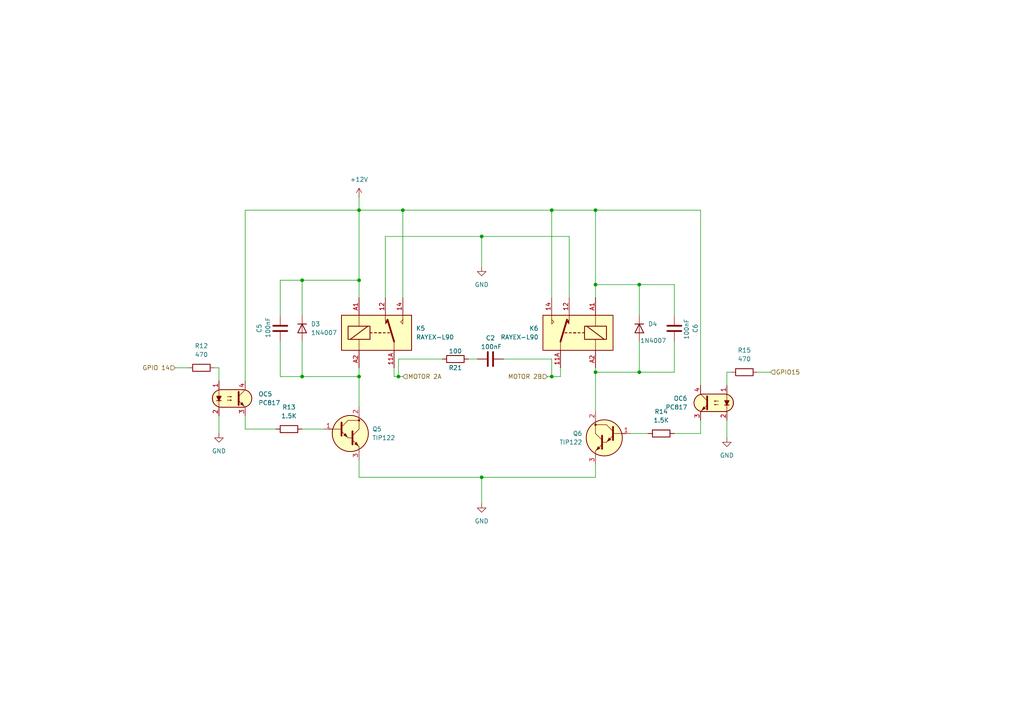
<source format=kicad_sch>
(kicad_sch
	(version 20250114)
	(generator "eeschema")
	(generator_version "9.0")
	(uuid "94dc3404-1fca-4569-92c8-c17659f5cf6c")
	(paper "A4")
	(lib_symbols
		(symbol "Device:C"
			(pin_numbers
				(hide yes)
			)
			(pin_names
				(offset 0.254)
			)
			(exclude_from_sim no)
			(in_bom yes)
			(on_board yes)
			(property "Reference" "C"
				(at 0.635 2.54 0)
				(effects
					(font
						(size 1.27 1.27)
					)
					(justify left)
				)
			)
			(property "Value" "C"
				(at 0.635 -2.54 0)
				(effects
					(font
						(size 1.27 1.27)
					)
					(justify left)
				)
			)
			(property "Footprint" ""
				(at 0.9652 -3.81 0)
				(effects
					(font
						(size 1.27 1.27)
					)
					(hide yes)
				)
			)
			(property "Datasheet" "~"
				(at 0 0 0)
				(effects
					(font
						(size 1.27 1.27)
					)
					(hide yes)
				)
			)
			(property "Description" "Unpolarized capacitor"
				(at 0 0 0)
				(effects
					(font
						(size 1.27 1.27)
					)
					(hide yes)
				)
			)
			(property "ki_keywords" "cap capacitor"
				(at 0 0 0)
				(effects
					(font
						(size 1.27 1.27)
					)
					(hide yes)
				)
			)
			(property "ki_fp_filters" "C_*"
				(at 0 0 0)
				(effects
					(font
						(size 1.27 1.27)
					)
					(hide yes)
				)
			)
			(symbol "C_0_1"
				(polyline
					(pts
						(xy -2.032 0.762) (xy 2.032 0.762)
					)
					(stroke
						(width 0.508)
						(type default)
					)
					(fill
						(type none)
					)
				)
				(polyline
					(pts
						(xy -2.032 -0.762) (xy 2.032 -0.762)
					)
					(stroke
						(width 0.508)
						(type default)
					)
					(fill
						(type none)
					)
				)
			)
			(symbol "C_1_1"
				(pin passive line
					(at 0 3.81 270)
					(length 2.794)
					(name "~"
						(effects
							(font
								(size 1.27 1.27)
							)
						)
					)
					(number "1"
						(effects
							(font
								(size 1.27 1.27)
							)
						)
					)
				)
				(pin passive line
					(at 0 -3.81 90)
					(length 2.794)
					(name "~"
						(effects
							(font
								(size 1.27 1.27)
							)
						)
					)
					(number "2"
						(effects
							(font
								(size 1.27 1.27)
							)
						)
					)
				)
			)
			(embedded_fonts no)
		)
		(symbol "Device:R"
			(pin_numbers
				(hide yes)
			)
			(pin_names
				(offset 0)
			)
			(exclude_from_sim no)
			(in_bom yes)
			(on_board yes)
			(property "Reference" "R"
				(at 2.032 0 90)
				(effects
					(font
						(size 1.27 1.27)
					)
				)
			)
			(property "Value" "R"
				(at 0 0 90)
				(effects
					(font
						(size 1.27 1.27)
					)
				)
			)
			(property "Footprint" ""
				(at -1.778 0 90)
				(effects
					(font
						(size 1.27 1.27)
					)
					(hide yes)
				)
			)
			(property "Datasheet" "~"
				(at 0 0 0)
				(effects
					(font
						(size 1.27 1.27)
					)
					(hide yes)
				)
			)
			(property "Description" "Resistor"
				(at 0 0 0)
				(effects
					(font
						(size 1.27 1.27)
					)
					(hide yes)
				)
			)
			(property "ki_keywords" "R res resistor"
				(at 0 0 0)
				(effects
					(font
						(size 1.27 1.27)
					)
					(hide yes)
				)
			)
			(property "ki_fp_filters" "R_*"
				(at 0 0 0)
				(effects
					(font
						(size 1.27 1.27)
					)
					(hide yes)
				)
			)
			(symbol "R_0_1"
				(rectangle
					(start -1.016 -2.54)
					(end 1.016 2.54)
					(stroke
						(width 0.254)
						(type default)
					)
					(fill
						(type none)
					)
				)
			)
			(symbol "R_1_1"
				(pin passive line
					(at 0 3.81 270)
					(length 1.27)
					(name "~"
						(effects
							(font
								(size 1.27 1.27)
							)
						)
					)
					(number "1"
						(effects
							(font
								(size 1.27 1.27)
							)
						)
					)
				)
				(pin passive line
					(at 0 -3.81 90)
					(length 1.27)
					(name "~"
						(effects
							(font
								(size 1.27 1.27)
							)
						)
					)
					(number "2"
						(effects
							(font
								(size 1.27 1.27)
							)
						)
					)
				)
			)
			(embedded_fonts no)
		)
		(symbol "Diode:1N4007"
			(pin_numbers
				(hide yes)
			)
			(pin_names
				(hide yes)
			)
			(exclude_from_sim no)
			(in_bom yes)
			(on_board yes)
			(property "Reference" "D"
				(at 0 2.54 0)
				(effects
					(font
						(size 1.27 1.27)
					)
				)
			)
			(property "Value" "1N4007"
				(at 0 -2.54 0)
				(effects
					(font
						(size 1.27 1.27)
					)
				)
			)
			(property "Footprint" "Diode_THT:D_DO-41_SOD81_P10.16mm_Horizontal"
				(at 0 -4.445 0)
				(effects
					(font
						(size 1.27 1.27)
					)
					(hide yes)
				)
			)
			(property "Datasheet" "http://www.vishay.com/docs/88503/1n4001.pdf"
				(at 0 0 0)
				(effects
					(font
						(size 1.27 1.27)
					)
					(hide yes)
				)
			)
			(property "Description" "1000V 1A General Purpose Rectifier Diode, DO-41"
				(at 0 0 0)
				(effects
					(font
						(size 1.27 1.27)
					)
					(hide yes)
				)
			)
			(property "Sim.Device" "D"
				(at 0 0 0)
				(effects
					(font
						(size 1.27 1.27)
					)
					(hide yes)
				)
			)
			(property "Sim.Pins" "1=K 2=A"
				(at 0 0 0)
				(effects
					(font
						(size 1.27 1.27)
					)
					(hide yes)
				)
			)
			(property "ki_keywords" "diode"
				(at 0 0 0)
				(effects
					(font
						(size 1.27 1.27)
					)
					(hide yes)
				)
			)
			(property "ki_fp_filters" "D*DO?41*"
				(at 0 0 0)
				(effects
					(font
						(size 1.27 1.27)
					)
					(hide yes)
				)
			)
			(symbol "1N4007_0_1"
				(polyline
					(pts
						(xy -1.27 1.27) (xy -1.27 -1.27)
					)
					(stroke
						(width 0.254)
						(type default)
					)
					(fill
						(type none)
					)
				)
				(polyline
					(pts
						(xy 1.27 1.27) (xy 1.27 -1.27) (xy -1.27 0) (xy 1.27 1.27)
					)
					(stroke
						(width 0.254)
						(type default)
					)
					(fill
						(type none)
					)
				)
				(polyline
					(pts
						(xy 1.27 0) (xy -1.27 0)
					)
					(stroke
						(width 0)
						(type default)
					)
					(fill
						(type none)
					)
				)
			)
			(symbol "1N4007_1_1"
				(pin passive line
					(at -3.81 0 0)
					(length 2.54)
					(name "K"
						(effects
							(font
								(size 1.27 1.27)
							)
						)
					)
					(number "1"
						(effects
							(font
								(size 1.27 1.27)
							)
						)
					)
				)
				(pin passive line
					(at 3.81 0 180)
					(length 2.54)
					(name "A"
						(effects
							(font
								(size 1.27 1.27)
							)
						)
					)
					(number "2"
						(effects
							(font
								(size 1.27 1.27)
							)
						)
					)
				)
			)
			(embedded_fonts no)
		)
		(symbol "PCM_Optocoupler_AKL:PC817"
			(pin_names
				(offset 1.016)
			)
			(exclude_from_sim no)
			(in_bom yes)
			(on_board yes)
			(property "Reference" "OC"
				(at 6.35 1.27 0)
				(effects
					(font
						(size 1.27 1.27)
					)
					(justify left)
				)
			)
			(property "Value" "PC817"
				(at 6.35 -1.27 0)
				(effects
					(font
						(size 1.27 1.27)
					)
					(justify left)
				)
			)
			(property "Footprint" "PCM_Package_DIP_AKL:DIP-4_W7.62mm_LongPads"
				(at 6.35 1.27 0)
				(effects
					(font
						(size 1.27 1.27)
						(italic yes)
					)
					(justify left)
					(hide yes)
				)
			)
			(property "Datasheet" "https://www.tme.eu/Document/7534c9f89aa4b1eba4ec90182e378328/PC817_2_3_47.pdf"
				(at 0 0 0)
				(effects
					(font
						(size 1.27 1.27)
					)
					(justify left)
					(hide yes)
				)
			)
			(property "Description" "DIP-4 Optocoupler, Transistor output, 5kV, 4us, Alternate KiCAD Library"
				(at 0 0 0)
				(effects
					(font
						(size 1.27 1.27)
					)
					(hide yes)
				)
			)
			(property "ki_keywords" "NPN Optocoupler transistor output PC817"
				(at 0 0 0)
				(effects
					(font
						(size 1.27 1.27)
					)
					(hide yes)
				)
			)
			(property "ki_fp_filters" "DIP*W7.62mm*"
				(at 0 0 0)
				(effects
					(font
						(size 1.27 1.27)
					)
					(hide yes)
				)
			)
			(symbol "PC817_0_1"
				(polyline
					(pts
						(xy -4.445 -0.635) (xy -3.175 -0.635)
					)
					(stroke
						(width 0.254)
						(type default)
					)
					(fill
						(type none)
					)
				)
				(polyline
					(pts
						(xy -3.81 -0.635) (xy -4.445 0.635) (xy -3.175 0.635) (xy -3.81 -0.635)
					)
					(stroke
						(width 0.254)
						(type default)
					)
					(fill
						(type outline)
					)
				)
				(polyline
					(pts
						(xy -3.81 -2.54) (xy -3.81 -1.27) (xy -3.81 2.54)
					)
					(stroke
						(width 0.1524)
						(type default)
					)
					(fill
						(type none)
					)
				)
				(polyline
					(pts
						(xy -3.175 2.54) (xy 3.175 2.54)
					)
					(stroke
						(width 0.254)
						(type default)
					)
					(fill
						(type none)
					)
				)
				(arc
					(start -3.1975 -2.54)
					(mid -5.7151 0)
					(end -3.1975 2.54)
					(stroke
						(width 0.254)
						(type default)
					)
					(fill
						(type none)
					)
				)
				(polyline
					(pts
						(xy -2.54 2.54) (xy 3.429 2.54) (xy 4.318 2.286) (xy 4.699 2.032) (xy 5.08 1.651) (xy 5.461 1.016)
						(xy 5.715 0.381) (xy 5.715 -0.381) (xy 5.461 -1.143) (xy 4.826 -1.905) (xy 4.191 -2.286) (xy 3.302 -2.54)
						(xy -3.81 -2.54) (xy -3.81 -2.54) (xy -4.572 -2.032) (xy -5.08 -1.778) (xy -5.588 -0.508) (xy -5.588 0.254)
						(xy -5.588 1.016) (xy -5.08 1.778) (xy -4.318 2.286) (xy -3.556 2.54) (xy -2.54 2.54)
					)
					(stroke
						(width 0.01)
						(type default)
					)
					(fill
						(type background)
					)
				)
				(polyline
					(pts
						(xy -1.397 0.508) (xy -0.127 0.508) (xy -0.508 0.381) (xy -0.508 0.635) (xy -0.127 0.508)
					)
					(stroke
						(width 0)
						(type default)
					)
					(fill
						(type none)
					)
				)
				(polyline
					(pts
						(xy -1.397 -0.508) (xy -0.127 -0.508) (xy -0.508 -0.635) (xy -0.508 -0.381) (xy -0.127 -0.508)
					)
					(stroke
						(width 0)
						(type default)
					)
					(fill
						(type none)
					)
				)
				(polyline
					(pts
						(xy 1.905 1.905) (xy 1.905 -1.905) (xy 1.905 -1.905)
					)
					(stroke
						(width 0.508)
						(type default)
					)
					(fill
						(type none)
					)
				)
				(polyline
					(pts
						(xy 1.905 0.635) (xy 3.81 2.54)
					)
					(stroke
						(width 0)
						(type default)
					)
					(fill
						(type none)
					)
				)
				(polyline
					(pts
						(xy 2.413 -1.651) (xy 2.921 -1.143) (xy 3.429 -2.159) (xy 2.413 -1.651) (xy 2.413 -1.651)
					)
					(stroke
						(width 0)
						(type default)
					)
					(fill
						(type outline)
					)
				)
				(arc
					(start 3.1975 2.54)
					(mid 5.7151 0)
					(end 3.1975 -2.54)
					(stroke
						(width 0.254)
						(type default)
					)
					(fill
						(type none)
					)
				)
				(polyline
					(pts
						(xy 3.175 -2.54) (xy -3.175 -2.54)
					)
					(stroke
						(width 0.254)
						(type default)
					)
					(fill
						(type none)
					)
				)
				(polyline
					(pts
						(xy 3.81 -2.54) (xy 1.905 -0.635)
					)
					(stroke
						(width 0)
						(type default)
					)
					(fill
						(type outline)
					)
				)
			)
			(symbol "PC817_1_1"
				(pin passive line
					(at -3.81 5.08 270)
					(length 2.54)
					(name "~"
						(effects
							(font
								(size 1.27 1.27)
							)
						)
					)
					(number "1"
						(effects
							(font
								(size 1.27 1.27)
							)
						)
					)
				)
				(pin passive line
					(at -3.81 -5.08 90)
					(length 2.54)
					(name "~"
						(effects
							(font
								(size 1.27 1.27)
							)
						)
					)
					(number "2"
						(effects
							(font
								(size 1.27 1.27)
							)
						)
					)
				)
				(pin passive line
					(at 3.81 5.08 270)
					(length 2.54)
					(name "~"
						(effects
							(font
								(size 1.27 1.27)
							)
						)
					)
					(number "4"
						(effects
							(font
								(size 1.27 1.27)
							)
						)
					)
				)
				(pin passive line
					(at 3.81 -5.08 90)
					(length 2.54)
					(name "~"
						(effects
							(font
								(size 1.27 1.27)
							)
						)
					)
					(number "3"
						(effects
							(font
								(size 1.27 1.27)
							)
						)
					)
				)
			)
			(embedded_fonts no)
		)
		(symbol "PCM_Transistor_BJT_Darlington_AKL:TIP122"
			(pin_names
				(hide yes)
			)
			(exclude_from_sim no)
			(in_bom yes)
			(on_board yes)
			(property "Reference" "Q"
				(at 6.35 1.27 0)
				(effects
					(font
						(size 1.27 1.27)
					)
					(justify left)
				)
			)
			(property "Value" "TIP122"
				(at 6.35 -1.27 0)
				(effects
					(font
						(size 1.27 1.27)
					)
					(justify left)
				)
			)
			(property "Footprint" "PCM_Package_TO_SOT_THT_AKL:TO-220-3_Vertical_BCE"
				(at 5.08 2.54 0)
				(effects
					(font
						(size 1.27 1.27)
					)
					(hide yes)
				)
			)
			(property "Datasheet" "https://www.tme.eu/Document/012c50063a942e9e770de739e5e980cd/TIP12x.pdf"
				(at 0 -1.27 0)
				(effects
					(font
						(size 1.27 1.27)
					)
					(hide yes)
				)
			)
			(property "Description" "NPN TO-220 Darlington transistor, 100V, 5A, 65W, Alternate KiCAD Library"
				(at 0 0 0)
				(effects
					(font
						(size 1.27 1.27)
					)
					(hide yes)
				)
			)
			(property "ki_keywords" "transistor NPN Darlington TIP122"
				(at 0 0 0)
				(effects
					(font
						(size 1.27 1.27)
					)
					(hide yes)
				)
			)
			(symbol "TIP122_0_1"
				(polyline
					(pts
						(xy -6.35 1.27) (xy -2.54 1.27)
					)
					(stroke
						(width 0)
						(type default)
					)
					(fill
						(type none)
					)
				)
				(polyline
					(pts
						(xy -0.635 3.81) (xy 2.54 3.81) (xy 2.54 1.27)
					)
					(stroke
						(width 0)
						(type default)
					)
					(fill
						(type none)
					)
				)
				(polyline
					(pts
						(xy -0.635 -1.27) (xy 0.635 -1.27)
					)
					(stroke
						(width 0)
						(type default)
					)
					(fill
						(type none)
					)
				)
				(circle
					(center 0 0)
					(radius 5.2324)
					(stroke
						(width 0.254)
						(type default)
					)
					(fill
						(type background)
					)
				)
				(polyline
					(pts
						(xy 0.635 0.635) (xy 0.635 -3.175) (xy 0.635 -3.175)
					)
					(stroke
						(width 0.508)
						(type default)
					)
					(fill
						(type none)
					)
				)
				(polyline
					(pts
						(xy 0.635 -0.635) (xy 2.54 1.27)
					)
					(stroke
						(width 0)
						(type default)
					)
					(fill
						(type none)
					)
				)
				(polyline
					(pts
						(xy 0.635 -1.905) (xy 2.54 -3.81) (xy 2.54 -3.81)
					)
					(stroke
						(width 0)
						(type default)
					)
					(fill
						(type none)
					)
				)
				(polyline
					(pts
						(xy 1.27 -3.048) (xy 1.778 -2.54) (xy 2.286 -3.556) (xy 1.27 -3.048) (xy 1.27 -3.048)
					)
					(stroke
						(width 0)
						(type default)
					)
					(fill
						(type outline)
					)
				)
				(polyline
					(pts
						(xy 2.54 3.81) (xy 2.54 5.08)
					)
					(stroke
						(width 0)
						(type default)
					)
					(fill
						(type none)
					)
				)
				(circle
					(center 2.54 3.81)
					(radius 0.254)
					(stroke
						(width 0)
						(type default)
					)
					(fill
						(type outline)
					)
				)
				(polyline
					(pts
						(xy 2.54 -5.08) (xy 2.54 -3.81)
					)
					(stroke
						(width 0)
						(type default)
					)
					(fill
						(type none)
					)
				)
			)
			(symbol "TIP122_1_1"
				(polyline
					(pts
						(xy -2.54 3.175) (xy -2.54 -0.635) (xy -2.54 -0.635)
					)
					(stroke
						(width 0.508)
						(type default)
					)
					(fill
						(type none)
					)
				)
				(polyline
					(pts
						(xy -2.54 1.905) (xy -0.635 3.81)
					)
					(stroke
						(width 0)
						(type default)
					)
					(fill
						(type none)
					)
				)
				(polyline
					(pts
						(xy -2.54 0.635) (xy -0.635 -1.27) (xy -0.635 -1.27)
					)
					(stroke
						(width 0)
						(type default)
					)
					(fill
						(type none)
					)
				)
				(polyline
					(pts
						(xy -1.905 -0.508) (xy -1.397 0) (xy -0.889 -1.016) (xy -1.905 -0.508) (xy -1.905 -0.508)
					)
					(stroke
						(width 0)
						(type default)
					)
					(fill
						(type outline)
					)
				)
				(pin input line
					(at -7.62 1.27 0)
					(length 2.54)
					(name "B"
						(effects
							(font
								(size 1.27 1.27)
							)
						)
					)
					(number "1"
						(effects
							(font
								(size 1.27 1.27)
							)
						)
					)
				)
				(pin passive line
					(at 2.54 7.62 270)
					(length 2.54)
					(name "C"
						(effects
							(font
								(size 1.27 1.27)
							)
						)
					)
					(number "2"
						(effects
							(font
								(size 1.27 1.27)
							)
						)
					)
				)
				(pin passive line
					(at 2.54 -7.62 90)
					(length 2.54)
					(name "E"
						(effects
							(font
								(size 1.27 1.27)
							)
						)
					)
					(number "3"
						(effects
							(font
								(size 1.27 1.27)
							)
						)
					)
				)
			)
			(embedded_fonts no)
		)
		(symbol "Relay:RAYEX-L90"
			(exclude_from_sim no)
			(in_bom yes)
			(on_board yes)
			(property "Reference" "K"
				(at 11.43 3.81 0)
				(effects
					(font
						(size 1.27 1.27)
					)
					(justify left)
				)
			)
			(property "Value" "RAYEX-L90"
				(at 11.43 1.27 0)
				(effects
					(font
						(size 1.27 1.27)
					)
					(justify left)
				)
			)
			(property "Footprint" "Relay_THT:Relay_SPDT_RAYEX-L90"
				(at 11.43 -1.27 0)
				(effects
					(font
						(size 1.27 1.27)
					)
					(justify left)
					(hide yes)
				)
			)
			(property "Datasheet" "https://a3.sofastcdn.com/attachment/7jioKBjnRiiSrjrjknRiwS77gwbf3zmp/L90-SERIES.pdf"
				(at 8.89 25.4 0)
				(effects
					(font
						(size 1.27 1.27)
					)
					(justify left)
					(hide yes)
				)
			)
			(property "Description" "Power relay, SPDT, 30A"
				(at 0 0 0)
				(effects
					(font
						(size 1.27 1.27)
					)
					(hide yes)
				)
			)
			(property "ki_keywords" "30A Single Pole Relay"
				(at 0 0 0)
				(effects
					(font
						(size 1.27 1.27)
					)
					(hide yes)
				)
			)
			(property "ki_fp_filters" "Relay*SPDT*RAYEX*L90*"
				(at 0 0 0)
				(effects
					(font
						(size 1.27 1.27)
					)
					(hide yes)
				)
			)
			(symbol "RAYEX-L90_1_0"
				(polyline
					(pts
						(xy 2.54 3.81) (xy 2.54 5.08)
					)
					(stroke
						(width 0)
						(type default)
					)
					(fill
						(type none)
					)
				)
				(polyline
					(pts
						(xy 7.62 3.81) (xy 7.62 5.08)
					)
					(stroke
						(width 0)
						(type default)
					)
					(fill
						(type none)
					)
				)
				(polyline
					(pts
						(xy 7.62 3.81) (xy 7.62 2.54) (xy 6.985 3.175) (xy 7.62 3.81)
					)
					(stroke
						(width 0)
						(type default)
					)
					(fill
						(type none)
					)
				)
			)
			(symbol "RAYEX-L90_1_1"
				(rectangle
					(start -10.16 5.08)
					(end 10.16 -5.08)
					(stroke
						(width 0.254)
						(type default)
					)
					(fill
						(type background)
					)
				)
				(rectangle
					(start -8.255 1.905)
					(end -1.905 -1.905)
					(stroke
						(width 0.254)
						(type default)
					)
					(fill
						(type none)
					)
				)
				(polyline
					(pts
						(xy -7.62 -1.905) (xy -2.54 1.905)
					)
					(stroke
						(width 0.254)
						(type default)
					)
					(fill
						(type none)
					)
				)
				(polyline
					(pts
						(xy -5.08 5.08) (xy -5.08 1.905)
					)
					(stroke
						(width 0)
						(type default)
					)
					(fill
						(type none)
					)
				)
				(polyline
					(pts
						(xy -5.08 -5.08) (xy -5.08 -1.905)
					)
					(stroke
						(width 0)
						(type default)
					)
					(fill
						(type none)
					)
				)
				(polyline
					(pts
						(xy -1.905 0) (xy -1.27 0)
					)
					(stroke
						(width 0.254)
						(type default)
					)
					(fill
						(type none)
					)
				)
				(polyline
					(pts
						(xy -0.635 0) (xy 0 0)
					)
					(stroke
						(width 0.254)
						(type default)
					)
					(fill
						(type none)
					)
				)
				(polyline
					(pts
						(xy 0.635 0) (xy 1.27 0)
					)
					(stroke
						(width 0.254)
						(type default)
					)
					(fill
						(type none)
					)
				)
				(polyline
					(pts
						(xy 0.635 0) (xy 1.27 0)
					)
					(stroke
						(width 0.254)
						(type default)
					)
					(fill
						(type none)
					)
				)
				(polyline
					(pts
						(xy 1.905 0) (xy 2.54 0)
					)
					(stroke
						(width 0.254)
						(type default)
					)
					(fill
						(type none)
					)
				)
				(polyline
					(pts
						(xy 2.54 2.54) (xy 3.175 3.175) (xy 2.54 3.81)
					)
					(stroke
						(width 0)
						(type default)
					)
					(fill
						(type outline)
					)
				)
				(polyline
					(pts
						(xy 3.175 0) (xy 3.81 0)
					)
					(stroke
						(width 0.254)
						(type default)
					)
					(fill
						(type none)
					)
				)
				(polyline
					(pts
						(xy 5.08 -2.54) (xy 3.175 3.81)
					)
					(stroke
						(width 0.508)
						(type default)
					)
					(fill
						(type none)
					)
				)
				(polyline
					(pts
						(xy 5.08 -2.54) (xy 5.08 -5.08)
					)
					(stroke
						(width 0)
						(type default)
					)
					(fill
						(type none)
					)
				)
				(pin passive line
					(at -5.08 10.16 270)
					(length 5.08)
					(name "~"
						(effects
							(font
								(size 1.27 1.27)
							)
						)
					)
					(number "A1"
						(effects
							(font
								(size 1.27 1.27)
							)
						)
					)
				)
				(pin passive line
					(at -5.08 -10.16 90)
					(length 5.08)
					(name "~"
						(effects
							(font
								(size 1.27 1.27)
							)
						)
					)
					(number "A2"
						(effects
							(font
								(size 1.27 1.27)
							)
						)
					)
				)
				(pin passive line
					(at 2.54 10.16 270)
					(length 5.08)
					(name "~"
						(effects
							(font
								(size 1.27 1.27)
							)
						)
					)
					(number "12"
						(effects
							(font
								(size 1.27 1.27)
							)
						)
					)
				)
				(pin passive line
					(at 5.08 -10.16 90)
					(length 5.08)
					(name "~"
						(effects
							(font
								(size 1.27 1.27)
							)
						)
					)
					(number "11A"
						(effects
							(font
								(size 1.27 1.27)
							)
						)
					)
				)
				(pin passive line
					(at 5.08 -10.16 90)
					(length 5.08)
					(hide yes)
					(name "~"
						(effects
							(font
								(size 1.27 1.27)
							)
						)
					)
					(number "11B"
						(effects
							(font
								(size 1.27 1.27)
							)
						)
					)
				)
				(pin passive line
					(at 7.62 10.16 270)
					(length 5.08)
					(name "~"
						(effects
							(font
								(size 1.27 1.27)
							)
						)
					)
					(number "14"
						(effects
							(font
								(size 1.27 1.27)
							)
						)
					)
				)
			)
			(embedded_fonts no)
		)
		(symbol "power:+12V"
			(power)
			(pin_numbers
				(hide yes)
			)
			(pin_names
				(offset 0)
				(hide yes)
			)
			(exclude_from_sim no)
			(in_bom yes)
			(on_board yes)
			(property "Reference" "#PWR"
				(at 0 -3.81 0)
				(effects
					(font
						(size 1.27 1.27)
					)
					(hide yes)
				)
			)
			(property "Value" "+12V"
				(at 0 3.556 0)
				(effects
					(font
						(size 1.27 1.27)
					)
				)
			)
			(property "Footprint" ""
				(at 0 0 0)
				(effects
					(font
						(size 1.27 1.27)
					)
					(hide yes)
				)
			)
			(property "Datasheet" ""
				(at 0 0 0)
				(effects
					(font
						(size 1.27 1.27)
					)
					(hide yes)
				)
			)
			(property "Description" "Power symbol creates a global label with name \"+12V\""
				(at 0 0 0)
				(effects
					(font
						(size 1.27 1.27)
					)
					(hide yes)
				)
			)
			(property "ki_keywords" "global power"
				(at 0 0 0)
				(effects
					(font
						(size 1.27 1.27)
					)
					(hide yes)
				)
			)
			(symbol "+12V_0_1"
				(polyline
					(pts
						(xy -0.762 1.27) (xy 0 2.54)
					)
					(stroke
						(width 0)
						(type default)
					)
					(fill
						(type none)
					)
				)
				(polyline
					(pts
						(xy 0 2.54) (xy 0.762 1.27)
					)
					(stroke
						(width 0)
						(type default)
					)
					(fill
						(type none)
					)
				)
				(polyline
					(pts
						(xy 0 0) (xy 0 2.54)
					)
					(stroke
						(width 0)
						(type default)
					)
					(fill
						(type none)
					)
				)
			)
			(symbol "+12V_1_1"
				(pin power_in line
					(at 0 0 90)
					(length 0)
					(name "~"
						(effects
							(font
								(size 1.27 1.27)
							)
						)
					)
					(number "1"
						(effects
							(font
								(size 1.27 1.27)
							)
						)
					)
				)
			)
			(embedded_fonts no)
		)
		(symbol "power:GND"
			(power)
			(pin_numbers
				(hide yes)
			)
			(pin_names
				(offset 0)
				(hide yes)
			)
			(exclude_from_sim no)
			(in_bom yes)
			(on_board yes)
			(property "Reference" "#PWR"
				(at 0 -6.35 0)
				(effects
					(font
						(size 1.27 1.27)
					)
					(hide yes)
				)
			)
			(property "Value" "GND"
				(at 0 -3.81 0)
				(effects
					(font
						(size 1.27 1.27)
					)
				)
			)
			(property "Footprint" ""
				(at 0 0 0)
				(effects
					(font
						(size 1.27 1.27)
					)
					(hide yes)
				)
			)
			(property "Datasheet" ""
				(at 0 0 0)
				(effects
					(font
						(size 1.27 1.27)
					)
					(hide yes)
				)
			)
			(property "Description" "Power symbol creates a global label with name \"GND\" , ground"
				(at 0 0 0)
				(effects
					(font
						(size 1.27 1.27)
					)
					(hide yes)
				)
			)
			(property "ki_keywords" "global power"
				(at 0 0 0)
				(effects
					(font
						(size 1.27 1.27)
					)
					(hide yes)
				)
			)
			(symbol "GND_0_1"
				(polyline
					(pts
						(xy 0 0) (xy 0 -1.27) (xy 1.27 -1.27) (xy 0 -2.54) (xy -1.27 -1.27) (xy 0 -1.27)
					)
					(stroke
						(width 0)
						(type default)
					)
					(fill
						(type none)
					)
				)
			)
			(symbol "GND_1_1"
				(pin power_in line
					(at 0 0 270)
					(length 0)
					(name "~"
						(effects
							(font
								(size 1.27 1.27)
							)
						)
					)
					(number "1"
						(effects
							(font
								(size 1.27 1.27)
							)
						)
					)
				)
			)
			(embedded_fonts no)
		)
	)
	(junction
		(at 104.14 109.22)
		(diameter 0)
		(color 0 0 0 0)
		(uuid "1b939d15-0666-4ac9-84ad-b2b1f29dab43")
	)
	(junction
		(at 139.7 68.58)
		(diameter 0)
		(color 0 0 0 0)
		(uuid "2190d6a7-70e6-4389-8470-bbfc57a218a5")
	)
	(junction
		(at 116.84 60.96)
		(diameter 0)
		(color 0 0 0 0)
		(uuid "30c81060-2e10-4038-8c02-69a73f259d40")
	)
	(junction
		(at 87.63 109.22)
		(diameter 0)
		(color 0 0 0 0)
		(uuid "31aa276f-97fd-4325-996e-49dc045ac4c2")
	)
	(junction
		(at 172.72 107.95)
		(diameter 0)
		(color 0 0 0 0)
		(uuid "37c2c582-da7f-40c9-9e2e-d0cc46be3a35")
	)
	(junction
		(at 139.7 138.43)
		(diameter 0)
		(color 0 0 0 0)
		(uuid "3a6c70b5-9bc8-4953-9939-a7d6740f9ffc")
	)
	(junction
		(at 172.72 60.96)
		(diameter 0)
		(color 0 0 0 0)
		(uuid "43dfdefc-ee10-4073-912f-5f1025c08da4")
	)
	(junction
		(at 160.02 60.96)
		(diameter 0)
		(color 0 0 0 0)
		(uuid "57300c0b-3c18-4a5b-8093-042c98830c78")
	)
	(junction
		(at 104.14 81.28)
		(diameter 0)
		(color 0 0 0 0)
		(uuid "5e146846-de23-431e-844f-594c0e6b1765")
	)
	(junction
		(at 115.57 109.22)
		(diameter 0)
		(color 0 0 0 0)
		(uuid "79e1c2ff-a11b-48c5-9fd2-28197349f6db")
	)
	(junction
		(at 104.14 60.96)
		(diameter 0)
		(color 0 0 0 0)
		(uuid "88b312e4-a37a-4e19-9001-6300dec76524")
	)
	(junction
		(at 185.42 82.55)
		(diameter 0)
		(color 0 0 0 0)
		(uuid "94a94e37-9875-4b62-b2cf-95341428debb")
	)
	(junction
		(at 160.02 109.22)
		(diameter 0)
		(color 0 0 0 0)
		(uuid "d2a841ba-8d31-4f62-bbcc-dfb6d6e33504")
	)
	(junction
		(at 185.42 107.95)
		(diameter 0)
		(color 0 0 0 0)
		(uuid "da306852-814e-4db0-93df-c0b015cbdc5e")
	)
	(junction
		(at 172.72 82.55)
		(diameter 0)
		(color 0 0 0 0)
		(uuid "defc9b9c-05b5-4afa-a0a2-a7127e7cc480")
	)
	(junction
		(at 87.63 81.28)
		(diameter 0)
		(color 0 0 0 0)
		(uuid "f34e5052-1c93-43c5-9f03-7085216d630c")
	)
	(wire
		(pts
			(xy 104.14 133.35) (xy 104.14 138.43)
		)
		(stroke
			(width 0)
			(type default)
		)
		(uuid "0070afde-50f9-4f98-ae73-a0ed1b5d500f")
	)
	(wire
		(pts
			(xy 195.58 82.55) (xy 185.42 82.55)
		)
		(stroke
			(width 0)
			(type default)
		)
		(uuid "049de4e7-72e3-49e1-b5fd-5ff2e25e88cd")
	)
	(wire
		(pts
			(xy 195.58 125.73) (xy 203.2 125.73)
		)
		(stroke
			(width 0)
			(type default)
		)
		(uuid "0dde87ce-0cb8-4bfa-be12-0cf4a034170c")
	)
	(wire
		(pts
			(xy 172.72 134.62) (xy 172.72 138.43)
		)
		(stroke
			(width 0)
			(type default)
		)
		(uuid "135464d4-1960-421d-95fb-6023e742e658")
	)
	(wire
		(pts
			(xy 203.2 60.96) (xy 172.72 60.96)
		)
		(stroke
			(width 0)
			(type default)
		)
		(uuid "18c48377-9d4e-4f5f-98e3-5ad5b82b24fd")
	)
	(wire
		(pts
			(xy 104.14 106.68) (xy 104.14 109.22)
		)
		(stroke
			(width 0)
			(type default)
		)
		(uuid "1ab4d12d-c416-422d-a31f-7ea7a33cf072")
	)
	(wire
		(pts
			(xy 158.75 109.22) (xy 160.02 109.22)
		)
		(stroke
			(width 0)
			(type default)
		)
		(uuid "1c6b6b2f-c5b7-4245-bc5f-13868e5c37c0")
	)
	(wire
		(pts
			(xy 139.7 138.43) (xy 139.7 146.05)
		)
		(stroke
			(width 0)
			(type default)
		)
		(uuid "1cd9748e-5bf4-489d-8a4e-b81c7fe58d8c")
	)
	(wire
		(pts
			(xy 162.56 106.68) (xy 162.56 109.22)
		)
		(stroke
			(width 0)
			(type default)
		)
		(uuid "1f36265e-8ebd-4fc7-b500-1d3ed0e88722")
	)
	(wire
		(pts
			(xy 116.84 86.36) (xy 116.84 60.96)
		)
		(stroke
			(width 0)
			(type default)
		)
		(uuid "22010b88-0479-40a8-b294-3f72ef1a4460")
	)
	(wire
		(pts
			(xy 87.63 109.22) (xy 104.14 109.22)
		)
		(stroke
			(width 0)
			(type default)
		)
		(uuid "2913269e-312c-456f-bb84-ffebb3d9b5b0")
	)
	(wire
		(pts
			(xy 115.57 109.22) (xy 116.84 109.22)
		)
		(stroke
			(width 0)
			(type default)
		)
		(uuid "2a9f4621-6b9c-4db6-9130-7e5e991755b2")
	)
	(wire
		(pts
			(xy 172.72 82.55) (xy 172.72 60.96)
		)
		(stroke
			(width 0)
			(type default)
		)
		(uuid "2bc0138c-6962-4ec9-b053-4f3172a084c7")
	)
	(wire
		(pts
			(xy 203.2 60.96) (xy 203.2 111.76)
		)
		(stroke
			(width 0)
			(type default)
		)
		(uuid "2cedfb5b-a3ae-490a-a690-2d0051ffd975")
	)
	(wire
		(pts
			(xy 116.84 60.96) (xy 160.02 60.96)
		)
		(stroke
			(width 0)
			(type default)
		)
		(uuid "2ec781a1-6379-45fb-810c-1414be9cffa2")
	)
	(wire
		(pts
			(xy 104.14 138.43) (xy 139.7 138.43)
		)
		(stroke
			(width 0)
			(type default)
		)
		(uuid "33e59344-5673-4603-84c7-d17e1a6b7de0")
	)
	(wire
		(pts
			(xy 185.42 99.06) (xy 185.42 107.95)
		)
		(stroke
			(width 0)
			(type default)
		)
		(uuid "352b1bad-37ae-46db-96d3-234433eda557")
	)
	(wire
		(pts
			(xy 87.63 91.44) (xy 87.63 81.28)
		)
		(stroke
			(width 0)
			(type default)
		)
		(uuid "44d59fc4-f959-4fb3-8bdf-d49e1eaeb3f2")
	)
	(wire
		(pts
			(xy 114.3 109.22) (xy 115.57 109.22)
		)
		(stroke
			(width 0)
			(type default)
		)
		(uuid "4710706e-75f2-4970-bb2c-8090e759a62d")
	)
	(wire
		(pts
			(xy 210.82 121.92) (xy 210.82 127)
		)
		(stroke
			(width 0)
			(type default)
		)
		(uuid "4b9ce414-470a-4072-87ba-9903d8a4185a")
	)
	(wire
		(pts
			(xy 195.58 91.44) (xy 195.58 82.55)
		)
		(stroke
			(width 0)
			(type default)
		)
		(uuid "4bc9b971-25d4-4813-93cd-b528b3d06910")
	)
	(wire
		(pts
			(xy 71.12 120.65) (xy 71.12 124.46)
		)
		(stroke
			(width 0)
			(type default)
		)
		(uuid "4e2cd79d-b23e-4397-bbb0-c1838e25e421")
	)
	(wire
		(pts
			(xy 160.02 109.22) (xy 162.56 109.22)
		)
		(stroke
			(width 0)
			(type default)
		)
		(uuid "52fa0548-1a9f-4620-a784-67f05d9435ac")
	)
	(wire
		(pts
			(xy 111.76 68.58) (xy 139.7 68.58)
		)
		(stroke
			(width 0)
			(type default)
		)
		(uuid "54780901-0175-457c-82bb-ff50d6073e62")
	)
	(wire
		(pts
			(xy 81.28 109.22) (xy 87.63 109.22)
		)
		(stroke
			(width 0)
			(type default)
		)
		(uuid "56621db5-21de-4351-8995-ce08fb72b3c6")
	)
	(wire
		(pts
			(xy 104.14 60.96) (xy 104.14 81.28)
		)
		(stroke
			(width 0)
			(type default)
		)
		(uuid "58f41246-4934-418d-a8fa-257e3c19b6f7")
	)
	(wire
		(pts
			(xy 160.02 104.14) (xy 160.02 109.22)
		)
		(stroke
			(width 0)
			(type default)
		)
		(uuid "5fb3ecaf-2e06-4829-9e99-d5c017605a45")
	)
	(wire
		(pts
			(xy 160.02 60.96) (xy 160.02 86.36)
		)
		(stroke
			(width 0)
			(type default)
		)
		(uuid "631e03c1-8bd3-4bf8-af16-c611b1892355")
	)
	(wire
		(pts
			(xy 135.89 104.14) (xy 138.43 104.14)
		)
		(stroke
			(width 0)
			(type default)
		)
		(uuid "636581e7-bd73-4aa4-a29c-5b77180dc6fa")
	)
	(wire
		(pts
			(xy 63.5 106.68) (xy 63.5 110.49)
		)
		(stroke
			(width 0)
			(type default)
		)
		(uuid "64c25431-f96f-4e7f-9ccb-0f2dd04322ca")
	)
	(wire
		(pts
			(xy 172.72 107.95) (xy 172.72 119.38)
		)
		(stroke
			(width 0)
			(type default)
		)
		(uuid "681dc894-d2fa-4455-9aed-3562e1d85b43")
	)
	(wire
		(pts
			(xy 115.57 104.14) (xy 115.57 109.22)
		)
		(stroke
			(width 0)
			(type default)
		)
		(uuid "71a365bf-f3e9-4954-8332-9f05c17c1971")
	)
	(wire
		(pts
			(xy 223.52 107.95) (xy 219.71 107.95)
		)
		(stroke
			(width 0)
			(type default)
		)
		(uuid "7ca2647f-bb98-4a18-aaa4-69a6dba1aae8")
	)
	(wire
		(pts
			(xy 114.3 106.68) (xy 114.3 109.22)
		)
		(stroke
			(width 0)
			(type default)
		)
		(uuid "811cdc8f-92b7-4dea-b436-aae67db552b6")
	)
	(wire
		(pts
			(xy 71.12 124.46) (xy 80.01 124.46)
		)
		(stroke
			(width 0)
			(type default)
		)
		(uuid "83a71af6-c2bb-44f3-8658-9ebeb803a2fc")
	)
	(wire
		(pts
			(xy 139.7 68.58) (xy 139.7 77.47)
		)
		(stroke
			(width 0)
			(type default)
		)
		(uuid "856ca999-33ec-474b-8135-9948ded828e5")
	)
	(wire
		(pts
			(xy 81.28 81.28) (xy 87.63 81.28)
		)
		(stroke
			(width 0)
			(type default)
		)
		(uuid "890c86d1-d803-4975-910f-c487d46736d3")
	)
	(wire
		(pts
			(xy 104.14 109.22) (xy 104.14 118.11)
		)
		(stroke
			(width 0)
			(type default)
		)
		(uuid "8df53056-6f51-49c1-93cd-6d9a96a3a391")
	)
	(wire
		(pts
			(xy 81.28 91.44) (xy 81.28 81.28)
		)
		(stroke
			(width 0)
			(type default)
		)
		(uuid "924f85a7-bfc8-429e-a093-921533e7fd61")
	)
	(wire
		(pts
			(xy 172.72 138.43) (xy 139.7 138.43)
		)
		(stroke
			(width 0)
			(type default)
		)
		(uuid "9788f151-2875-47bc-8d46-86c7bfd1ad9c")
	)
	(wire
		(pts
			(xy 185.42 82.55) (xy 172.72 82.55)
		)
		(stroke
			(width 0)
			(type default)
		)
		(uuid "97f443a4-9b2a-4ee9-aef8-d21e13086ce0")
	)
	(wire
		(pts
			(xy 160.02 60.96) (xy 172.72 60.96)
		)
		(stroke
			(width 0)
			(type default)
		)
		(uuid "987035c8-e9ae-4b86-8705-17d159956209")
	)
	(wire
		(pts
			(xy 203.2 121.92) (xy 203.2 125.73)
		)
		(stroke
			(width 0)
			(type default)
		)
		(uuid "9cc0d4e6-ecaf-4759-8224-2adf7e87a820")
	)
	(wire
		(pts
			(xy 195.58 99.06) (xy 195.58 107.95)
		)
		(stroke
			(width 0)
			(type default)
		)
		(uuid "9d3e47a8-01f2-4006-8210-fbe8646572f1")
	)
	(wire
		(pts
			(xy 63.5 120.65) (xy 63.5 125.73)
		)
		(stroke
			(width 0)
			(type default)
		)
		(uuid "9e54a04a-7d04-4b65-956f-0d75de0000e9")
	)
	(wire
		(pts
			(xy 210.82 107.95) (xy 210.82 111.76)
		)
		(stroke
			(width 0)
			(type default)
		)
		(uuid "9feadd18-7c2b-4f3a-8cc6-4616493db034")
	)
	(wire
		(pts
			(xy 185.42 107.95) (xy 172.72 107.95)
		)
		(stroke
			(width 0)
			(type default)
		)
		(uuid "a0691919-3ecd-4751-b039-ca2de0bca9ba")
	)
	(wire
		(pts
			(xy 87.63 81.28) (xy 104.14 81.28)
		)
		(stroke
			(width 0)
			(type default)
		)
		(uuid "a25c09c4-a516-44c6-8946-2e5069b8a338")
	)
	(wire
		(pts
			(xy 111.76 86.36) (xy 111.76 68.58)
		)
		(stroke
			(width 0)
			(type default)
		)
		(uuid "a42714f8-e652-4b39-8162-2b8c25fd4566")
	)
	(wire
		(pts
			(xy 195.58 107.95) (xy 185.42 107.95)
		)
		(stroke
			(width 0)
			(type default)
		)
		(uuid "b137e400-5650-4aad-8cc8-be74332000dc")
	)
	(wire
		(pts
			(xy 146.05 104.14) (xy 160.02 104.14)
		)
		(stroke
			(width 0)
			(type default)
		)
		(uuid "b22f36a7-a26b-4268-bcf9-d77f65000083")
	)
	(wire
		(pts
			(xy 50.8 106.68) (xy 54.61 106.68)
		)
		(stroke
			(width 0)
			(type default)
		)
		(uuid "b4c0d037-3f42-491d-8d30-03288e7c378f")
	)
	(wire
		(pts
			(xy 71.12 110.49) (xy 71.12 60.96)
		)
		(stroke
			(width 0)
			(type default)
		)
		(uuid "b6fdc687-5740-408a-8d44-40a5ac49bc12")
	)
	(wire
		(pts
			(xy 172.72 86.36) (xy 172.72 82.55)
		)
		(stroke
			(width 0)
			(type default)
		)
		(uuid "c2f12f1b-3b27-4bb7-a9ce-731c93ae4302")
	)
	(wire
		(pts
			(xy 172.72 106.68) (xy 172.72 107.95)
		)
		(stroke
			(width 0)
			(type default)
		)
		(uuid "d1653d2a-e5ed-4846-99df-9f35281a1ab3")
	)
	(wire
		(pts
			(xy 104.14 81.28) (xy 104.14 86.36)
		)
		(stroke
			(width 0)
			(type default)
		)
		(uuid "d27542bc-e67a-4ba2-844b-2e8096b37c1e")
	)
	(wire
		(pts
			(xy 128.27 104.14) (xy 115.57 104.14)
		)
		(stroke
			(width 0)
			(type default)
		)
		(uuid "d7a15ceb-0995-4b58-9631-627864a17046")
	)
	(wire
		(pts
			(xy 87.63 124.46) (xy 93.98 124.46)
		)
		(stroke
			(width 0)
			(type default)
		)
		(uuid "da7516fd-50a4-41d7-99b6-90c523eb0f43")
	)
	(wire
		(pts
			(xy 116.84 60.96) (xy 104.14 60.96)
		)
		(stroke
			(width 0)
			(type default)
		)
		(uuid "da7b9a0d-21d0-4ca5-b62f-540a774ce670")
	)
	(wire
		(pts
			(xy 81.28 99.06) (xy 81.28 109.22)
		)
		(stroke
			(width 0)
			(type default)
		)
		(uuid "dfcef4ee-81a7-40c6-a8a5-d9fd95c2456d")
	)
	(wire
		(pts
			(xy 212.09 107.95) (xy 210.82 107.95)
		)
		(stroke
			(width 0)
			(type default)
		)
		(uuid "dff555db-99d0-465b-8f33-149db59e4e60")
	)
	(wire
		(pts
			(xy 182.88 125.73) (xy 187.96 125.73)
		)
		(stroke
			(width 0)
			(type default)
		)
		(uuid "eadacacf-ee1f-4e84-b642-4e6b660bd9a2")
	)
	(wire
		(pts
			(xy 165.1 86.36) (xy 165.1 68.58)
		)
		(stroke
			(width 0)
			(type default)
		)
		(uuid "eca12cd0-00ea-47ae-8e7e-c3e31be6e67b")
	)
	(wire
		(pts
			(xy 87.63 99.06) (xy 87.63 109.22)
		)
		(stroke
			(width 0)
			(type default)
		)
		(uuid "ecfccaea-daef-410a-8851-a7d9ae8c330c")
	)
	(wire
		(pts
			(xy 62.23 106.68) (xy 63.5 106.68)
		)
		(stroke
			(width 0)
			(type default)
		)
		(uuid "f2322ba5-5958-4c84-84ae-c105f4928268")
	)
	(wire
		(pts
			(xy 71.12 60.96) (xy 104.14 60.96)
		)
		(stroke
			(width 0)
			(type default)
		)
		(uuid "f9e80c03-a4ab-47f8-b19c-aeb378d1d3da")
	)
	(wire
		(pts
			(xy 104.14 57.15) (xy 104.14 60.96)
		)
		(stroke
			(width 0)
			(type default)
		)
		(uuid "fc45e96a-a67c-43f3-9f33-c79ffc8ba8b2")
	)
	(wire
		(pts
			(xy 185.42 91.44) (xy 185.42 82.55)
		)
		(stroke
			(width 0)
			(type default)
		)
		(uuid "fc8a27a7-b4ad-4c34-a795-62cdd75c5597")
	)
	(wire
		(pts
			(xy 165.1 68.58) (xy 139.7 68.58)
		)
		(stroke
			(width 0)
			(type default)
		)
		(uuid "fcdfdef7-72cc-412b-aa10-6f2393607381")
	)
	(hierarchical_label "GPIO 14"
		(shape input)
		(at 50.8 106.68 180)
		(effects
			(font
				(size 1.27 1.27)
			)
			(justify right)
		)
		(uuid "5ccc1b67-5a4d-4733-9d0f-bba7e9e49b8c")
	)
	(hierarchical_label "MOTOR 2B"
		(shape input)
		(at 158.75 109.22 180)
		(effects
			(font
				(size 1.27 1.27)
			)
			(justify right)
		)
		(uuid "7403808d-8400-4323-a158-0ba6e00e8821")
	)
	(hierarchical_label "GPIO15"
		(shape input)
		(at 223.52 107.95 0)
		(effects
			(font
				(size 1.27 1.27)
			)
			(justify left)
		)
		(uuid "986c93ad-1939-4576-aefd-c780b3767508")
	)
	(hierarchical_label "MOTOR 2A"
		(shape input)
		(at 116.84 109.22 0)
		(effects
			(font
				(size 1.27 1.27)
			)
			(justify left)
		)
		(uuid "a4e47d52-64c2-4344-add9-9bbc0a3c5cce")
	)
	(symbol
		(lib_id "Relay:RAYEX-L90")
		(at 109.22 96.52 0)
		(unit 1)
		(exclude_from_sim no)
		(in_bom yes)
		(on_board yes)
		(dnp no)
		(fields_autoplaced yes)
		(uuid "04c2fb92-12e1-45ae-b716-174c51f27f62")
		(property "Reference" "K5"
			(at 120.65 95.2499 0)
			(effects
				(font
					(size 1.27 1.27)
				)
				(justify left)
			)
		)
		(property "Value" "RAYEX-L90"
			(at 120.65 97.7899 0)
			(effects
				(font
					(size 1.27 1.27)
				)
				(justify left)
			)
		)
		(property "Footprint" "Relay_THT:Relay_SPDT_RAYEX-L90"
			(at 120.65 97.79 0)
			(effects
				(font
					(size 1.27 1.27)
				)
				(justify left)
				(hide yes)
			)
		)
		(property "Datasheet" "https://a3.sofastcdn.com/attachment/7jioKBjnRiiSrjrjknRiwS77gwbf3zmp/L90-SERIES.pdf"
			(at 118.11 71.12 0)
			(effects
				(font
					(size 1.27 1.27)
				)
				(justify left)
				(hide yes)
			)
		)
		(property "Description" "Power relay, SPDT, 30A"
			(at 109.22 96.52 0)
			(effects
				(font
					(size 1.27 1.27)
				)
				(hide yes)
			)
		)
		(pin "11A"
			(uuid "210d1e80-7a5d-471f-9cf6-beafc910aac1")
		)
		(pin "A1"
			(uuid "78886390-c7c6-450a-a60c-553aa91005a2")
		)
		(pin "12"
			(uuid "2159ab27-d73b-4204-8b30-f9ce596a8b5f")
		)
		(pin "A2"
			(uuid "e636f447-bc52-4cc5-ac84-3c1e23725c92")
		)
		(pin "11B"
			(uuid "37c4d0ac-8608-4cc9-9f56-fcd0c7577eac")
		)
		(pin "14"
			(uuid "b6d1ef15-685f-406f-8a8b-63a866db6fd9")
		)
		(instances
			(project "Submarino"
				(path "/02e45749-4030-483e-a965-510a49dc6379/9bd63853-ef46-4eea-b157-bc487cd7a735/357d6d8c-0df6-4421-8522-e807bc8457ff"
					(reference "K5")
					(unit 1)
				)
			)
		)
	)
	(symbol
		(lib_id "Relay:RAYEX-L90")
		(at 167.64 96.52 0)
		(mirror y)
		(unit 1)
		(exclude_from_sim no)
		(in_bom yes)
		(on_board yes)
		(dnp no)
		(uuid "09338778-f633-44fe-8154-88da49dc611c")
		(property "Reference" "K6"
			(at 156.21 95.2499 0)
			(effects
				(font
					(size 1.27 1.27)
				)
				(justify left)
			)
		)
		(property "Value" "RAYEX-L90"
			(at 156.21 97.7899 0)
			(effects
				(font
					(size 1.27 1.27)
				)
				(justify left)
			)
		)
		(property "Footprint" "Relay_THT:Relay_SPDT_RAYEX-L90"
			(at 156.21 97.79 0)
			(effects
				(font
					(size 1.27 1.27)
				)
				(justify left)
				(hide yes)
			)
		)
		(property "Datasheet" "https://a3.sofastcdn.com/attachment/7jioKBjnRiiSrjrjknRiwS77gwbf3zmp/L90-SERIES.pdf"
			(at 158.75 71.12 0)
			(effects
				(font
					(size 1.27 1.27)
				)
				(justify left)
				(hide yes)
			)
		)
		(property "Description" "Power relay, SPDT, 30A"
			(at 167.64 96.52 0)
			(effects
				(font
					(size 1.27 1.27)
				)
				(hide yes)
			)
		)
		(pin "11A"
			(uuid "26a90091-1c07-4ca4-b0ae-117adedf82a0")
		)
		(pin "A1"
			(uuid "49718d59-433c-4a07-b840-4ce07e846314")
		)
		(pin "12"
			(uuid "cf102eb3-10ae-408e-b824-fe78109df0fe")
		)
		(pin "A2"
			(uuid "cb6fd488-0d17-4b22-a99a-43d14d9d94fe")
		)
		(pin "11B"
			(uuid "23e444b9-9f6d-4720-b441-acd0ce34b006")
		)
		(pin "14"
			(uuid "a8ab87f6-1ed2-4d5b-95fb-97ee781ec899")
		)
		(instances
			(project "Submarino"
				(path "/02e45749-4030-483e-a965-510a49dc6379/9bd63853-ef46-4eea-b157-bc487cd7a735/357d6d8c-0df6-4421-8522-e807bc8457ff"
					(reference "K6")
					(unit 1)
				)
			)
		)
	)
	(symbol
		(lib_id "power:GND")
		(at 210.82 127 0)
		(mirror y)
		(unit 1)
		(exclude_from_sim no)
		(in_bom yes)
		(on_board yes)
		(dnp no)
		(fields_autoplaced yes)
		(uuid "18b05138-0d27-45c7-aa82-e072c8060171")
		(property "Reference" "#PWR021"
			(at 210.82 133.35 0)
			(effects
				(font
					(size 1.27 1.27)
				)
				(hide yes)
			)
		)
		(property "Value" "GND"
			(at 210.82 132.08 0)
			(effects
				(font
					(size 1.27 1.27)
				)
			)
		)
		(property "Footprint" ""
			(at 210.82 127 0)
			(effects
				(font
					(size 1.27 1.27)
				)
				(hide yes)
			)
		)
		(property "Datasheet" ""
			(at 210.82 127 0)
			(effects
				(font
					(size 1.27 1.27)
				)
				(hide yes)
			)
		)
		(property "Description" "Power symbol creates a global label with name \"GND\" , ground"
			(at 210.82 127 0)
			(effects
				(font
					(size 1.27 1.27)
				)
				(hide yes)
			)
		)
		(pin "1"
			(uuid "9743a2bf-0f0f-42dc-a397-7a17e3dde835")
		)
		(instances
			(project "Submarino"
				(path "/02e45749-4030-483e-a965-510a49dc6379/9bd63853-ef46-4eea-b157-bc487cd7a735/357d6d8c-0df6-4421-8522-e807bc8457ff"
					(reference "#PWR021")
					(unit 1)
				)
			)
		)
	)
	(symbol
		(lib_id "power:GND")
		(at 63.5 125.73 0)
		(unit 1)
		(exclude_from_sim no)
		(in_bom yes)
		(on_board yes)
		(dnp no)
		(fields_autoplaced yes)
		(uuid "2c4b2cee-1eed-4987-a839-ed25ef4cd4cb")
		(property "Reference" "#PWR017"
			(at 63.5 132.08 0)
			(effects
				(font
					(size 1.27 1.27)
				)
				(hide yes)
			)
		)
		(property "Value" "GND"
			(at 63.5 130.81 0)
			(effects
				(font
					(size 1.27 1.27)
				)
			)
		)
		(property "Footprint" ""
			(at 63.5 125.73 0)
			(effects
				(font
					(size 1.27 1.27)
				)
				(hide yes)
			)
		)
		(property "Datasheet" ""
			(at 63.5 125.73 0)
			(effects
				(font
					(size 1.27 1.27)
				)
				(hide yes)
			)
		)
		(property "Description" "Power symbol creates a global label with name \"GND\" , ground"
			(at 63.5 125.73 0)
			(effects
				(font
					(size 1.27 1.27)
				)
				(hide yes)
			)
		)
		(pin "1"
			(uuid "e86d6b00-2699-47d0-8eda-13745686e99a")
		)
		(instances
			(project "Submarino"
				(path "/02e45749-4030-483e-a965-510a49dc6379/9bd63853-ef46-4eea-b157-bc487cd7a735/357d6d8c-0df6-4421-8522-e807bc8457ff"
					(reference "#PWR017")
					(unit 1)
				)
			)
		)
	)
	(symbol
		(lib_id "Device:R")
		(at 215.9 107.95 270)
		(mirror x)
		(unit 1)
		(exclude_from_sim no)
		(in_bom yes)
		(on_board yes)
		(dnp no)
		(fields_autoplaced yes)
		(uuid "3836d1c9-f263-4d2c-9449-4cd8ae9f2028")
		(property "Reference" "R15"
			(at 215.9 101.6 90)
			(effects
				(font
					(size 1.27 1.27)
				)
			)
		)
		(property "Value" "470"
			(at 215.9 104.14 90)
			(effects
				(font
					(size 1.27 1.27)
				)
			)
		)
		(property "Footprint" "Resistor_THT:R_Axial_DIN0207_L6.3mm_D2.5mm_P10.16mm_Horizontal"
			(at 215.9 109.728 90)
			(effects
				(font
					(size 1.27 1.27)
				)
				(hide yes)
			)
		)
		(property "Datasheet" "~"
			(at 215.9 107.95 0)
			(effects
				(font
					(size 1.27 1.27)
				)
				(hide yes)
			)
		)
		(property "Description" "Resistor"
			(at 215.9 107.95 0)
			(effects
				(font
					(size 1.27 1.27)
				)
				(hide yes)
			)
		)
		(pin "1"
			(uuid "73496886-a839-4c07-a46b-634ba20e7008")
		)
		(pin "2"
			(uuid "c8ce3f77-7d12-4c8d-b099-174ca30f9138")
		)
		(instances
			(project "Submarino"
				(path "/02e45749-4030-483e-a965-510a49dc6379/9bd63853-ef46-4eea-b157-bc487cd7a735/357d6d8c-0df6-4421-8522-e807bc8457ff"
					(reference "R15")
					(unit 1)
				)
			)
		)
	)
	(symbol
		(lib_id "PCM_Transistor_BJT_Darlington_AKL:TIP122")
		(at 175.26 127 0)
		(mirror y)
		(unit 1)
		(exclude_from_sim no)
		(in_bom yes)
		(on_board yes)
		(dnp no)
		(uuid "48503e4d-e20b-4c24-8e9a-65f9e5117425")
		(property "Reference" "Q6"
			(at 168.91 125.7299 0)
			(effects
				(font
					(size 1.27 1.27)
				)
				(justify left)
			)
		)
		(property "Value" "TIP122"
			(at 168.91 128.2699 0)
			(effects
				(font
					(size 1.27 1.27)
				)
				(justify left)
			)
		)
		(property "Footprint" "PCM_Package_TO_SOT_THT_AKL:TO-220-3_Vertical_BCE"
			(at 170.18 124.46 0)
			(effects
				(font
					(size 1.27 1.27)
				)
				(hide yes)
			)
		)
		(property "Datasheet" "https://www.tme.eu/Document/012c50063a942e9e770de739e5e980cd/TIP12x.pdf"
			(at 175.26 128.27 0)
			(effects
				(font
					(size 1.27 1.27)
				)
				(hide yes)
			)
		)
		(property "Description" "NPN TO-220 Darlington transistor, 100V, 5A, 65W, Alternate KiCAD Library"
			(at 175.26 127 0)
			(effects
				(font
					(size 1.27 1.27)
				)
				(hide yes)
			)
		)
		(pin "2"
			(uuid "a10a3228-3f34-4326-bcba-03cd57c5038a")
		)
		(pin "1"
			(uuid "c5d9be7e-4aaf-492e-ae28-2a307e0fb378")
		)
		(pin "3"
			(uuid "7b7b52b2-b224-4b04-bb38-f05da6cd917f")
		)
		(instances
			(project "Submarino"
				(path "/02e45749-4030-483e-a965-510a49dc6379/9bd63853-ef46-4eea-b157-bc487cd7a735/357d6d8c-0df6-4421-8522-e807bc8457ff"
					(reference "Q6")
					(unit 1)
				)
			)
		)
	)
	(symbol
		(lib_id "Device:C")
		(at 195.58 95.25 0)
		(unit 1)
		(exclude_from_sim no)
		(in_bom yes)
		(on_board yes)
		(dnp no)
		(uuid "4a44844d-30b2-4a13-b79f-d0fb6c41fdb0")
		(property "Reference" "C6"
			(at 201.676 95.25 90)
			(effects
				(font
					(size 1.27 1.27)
				)
			)
		)
		(property "Value" "100nF"
			(at 199.136 95.504 90)
			(effects
				(font
					(size 1.27 1.27)
				)
			)
		)
		(property "Footprint" "Capacitor_THT:C_Disc_D4.3mm_W1.9mm_P5.00mm"
			(at 196.5452 99.06 0)
			(effects
				(font
					(size 1.27 1.27)
				)
				(hide yes)
			)
		)
		(property "Datasheet" "~"
			(at 195.58 95.25 0)
			(effects
				(font
					(size 1.27 1.27)
				)
				(hide yes)
			)
		)
		(property "Description" "Unpolarized capacitor"
			(at 195.58 95.25 0)
			(effects
				(font
					(size 1.27 1.27)
				)
				(hide yes)
			)
		)
		(pin "1"
			(uuid "d6f02c51-8ee4-426a-98af-f3738dffb443")
		)
		(pin "2"
			(uuid "349b7c65-9c37-4161-81bf-a44f83805d68")
		)
		(instances
			(project "Submarino"
				(path "/02e45749-4030-483e-a965-510a49dc6379/9bd63853-ef46-4eea-b157-bc487cd7a735/357d6d8c-0df6-4421-8522-e807bc8457ff"
					(reference "C6")
					(unit 1)
				)
			)
		)
	)
	(symbol
		(lib_id "Diode:1N4007")
		(at 185.42 95.25 270)
		(unit 1)
		(exclude_from_sim no)
		(in_bom yes)
		(on_board yes)
		(dnp no)
		(uuid "67619f21-ded4-480d-9d1b-2f09e31a0ab2")
		(property "Reference" "D4"
			(at 187.96 93.9799 90)
			(effects
				(font
					(size 1.27 1.27)
				)
				(justify left)
			)
		)
		(property "Value" "1N4007"
			(at 185.674 98.806 90)
			(effects
				(font
					(size 1.27 1.27)
				)
				(justify left)
			)
		)
		(property "Footprint" "Diode_THT:D_DO-41_SOD81_P10.16mm_Horizontal"
			(at 180.975 95.25 0)
			(effects
				(font
					(size 1.27 1.27)
				)
				(hide yes)
			)
		)
		(property "Datasheet" "http://www.vishay.com/docs/88503/1n4001.pdf"
			(at 185.42 95.25 0)
			(effects
				(font
					(size 1.27 1.27)
				)
				(hide yes)
			)
		)
		(property "Description" "1000V 1A General Purpose Rectifier Diode, DO-41"
			(at 185.42 95.25 0)
			(effects
				(font
					(size 1.27 1.27)
				)
				(hide yes)
			)
		)
		(property "Sim.Device" "D"
			(at 185.42 95.25 0)
			(effects
				(font
					(size 1.27 1.27)
				)
				(hide yes)
			)
		)
		(property "Sim.Pins" "1=K 2=A"
			(at 185.42 95.25 0)
			(effects
				(font
					(size 1.27 1.27)
				)
				(hide yes)
			)
		)
		(pin "1"
			(uuid "8a2c2143-c0be-448b-9aeb-5d3430de2dd8")
		)
		(pin "2"
			(uuid "3d1a6924-cddc-4085-814a-5edf893a89c3")
		)
		(instances
			(project "Submarino"
				(path "/02e45749-4030-483e-a965-510a49dc6379/9bd63853-ef46-4eea-b157-bc487cd7a735/357d6d8c-0df6-4421-8522-e807bc8457ff"
					(reference "D4")
					(unit 1)
				)
			)
		)
	)
	(symbol
		(lib_id "PCM_Transistor_BJT_Darlington_AKL:TIP122")
		(at 101.6 125.73 0)
		(unit 1)
		(exclude_from_sim no)
		(in_bom yes)
		(on_board yes)
		(dnp no)
		(fields_autoplaced yes)
		(uuid "6b2dd267-f580-4df7-858b-112eed46f78c")
		(property "Reference" "Q5"
			(at 107.95 124.4599 0)
			(effects
				(font
					(size 1.27 1.27)
				)
				(justify left)
			)
		)
		(property "Value" "TIP122"
			(at 107.95 126.9999 0)
			(effects
				(font
					(size 1.27 1.27)
				)
				(justify left)
			)
		)
		(property "Footprint" "PCM_Package_TO_SOT_THT_AKL:TO-220-3_Vertical_BCE"
			(at 106.68 123.19 0)
			(effects
				(font
					(size 1.27 1.27)
				)
				(hide yes)
			)
		)
		(property "Datasheet" "https://www.tme.eu/Document/012c50063a942e9e770de739e5e980cd/TIP12x.pdf"
			(at 101.6 127 0)
			(effects
				(font
					(size 1.27 1.27)
				)
				(hide yes)
			)
		)
		(property "Description" "NPN TO-220 Darlington transistor, 100V, 5A, 65W, Alternate KiCAD Library"
			(at 101.6 125.73 0)
			(effects
				(font
					(size 1.27 1.27)
				)
				(hide yes)
			)
		)
		(pin "2"
			(uuid "cef19fc3-870e-407d-a3a4-9ff9f917baa8")
		)
		(pin "1"
			(uuid "5d12bdc4-bc7d-4bd6-afdb-cabc560dacbc")
		)
		(pin "3"
			(uuid "7050a58d-9d10-489e-a6a8-95a764dde2cd")
		)
		(instances
			(project "Submarino"
				(path "/02e45749-4030-483e-a965-510a49dc6379/9bd63853-ef46-4eea-b157-bc487cd7a735/357d6d8c-0df6-4421-8522-e807bc8457ff"
					(reference "Q5")
					(unit 1)
				)
			)
		)
	)
	(symbol
		(lib_id "Device:C")
		(at 81.28 95.25 180)
		(unit 1)
		(exclude_from_sim no)
		(in_bom yes)
		(on_board yes)
		(dnp no)
		(uuid "6d0c0a1a-1354-41ab-b147-c3e7a10762cb")
		(property "Reference" "C5"
			(at 75.184 95.25 90)
			(effects
				(font
					(size 1.27 1.27)
				)
			)
		)
		(property "Value" "100nF"
			(at 77.724 94.996 90)
			(effects
				(font
					(size 1.27 1.27)
				)
			)
		)
		(property "Footprint" "Capacitor_THT:C_Disc_D4.3mm_W1.9mm_P5.00mm"
			(at 80.3148 91.44 0)
			(effects
				(font
					(size 1.27 1.27)
				)
				(hide yes)
			)
		)
		(property "Datasheet" "~"
			(at 81.28 95.25 0)
			(effects
				(font
					(size 1.27 1.27)
				)
				(hide yes)
			)
		)
		(property "Description" "Unpolarized capacitor"
			(at 81.28 95.25 0)
			(effects
				(font
					(size 1.27 1.27)
				)
				(hide yes)
			)
		)
		(pin "1"
			(uuid "d461b598-858f-43c5-b619-a01bae90498c")
		)
		(pin "2"
			(uuid "2cde2c7e-fb92-465f-ae87-f19cef3fbe06")
		)
		(instances
			(project "Submarino"
				(path "/02e45749-4030-483e-a965-510a49dc6379/9bd63853-ef46-4eea-b157-bc487cd7a735/357d6d8c-0df6-4421-8522-e807bc8457ff"
					(reference "C5")
					(unit 1)
				)
			)
		)
	)
	(symbol
		(lib_id "Diode:1N4007")
		(at 87.63 95.25 270)
		(unit 1)
		(exclude_from_sim no)
		(in_bom yes)
		(on_board yes)
		(dnp no)
		(fields_autoplaced yes)
		(uuid "6dc4af34-3569-4c10-8348-89fddefee10d")
		(property "Reference" "D3"
			(at 90.17 93.9799 90)
			(effects
				(font
					(size 1.27 1.27)
				)
				(justify left)
			)
		)
		(property "Value" "1N4007"
			(at 90.17 96.5199 90)
			(effects
				(font
					(size 1.27 1.27)
				)
				(justify left)
			)
		)
		(property "Footprint" "Diode_THT:D_DO-41_SOD81_P10.16mm_Horizontal"
			(at 83.185 95.25 0)
			(effects
				(font
					(size 1.27 1.27)
				)
				(hide yes)
			)
		)
		(property "Datasheet" "http://www.vishay.com/docs/88503/1n4001.pdf"
			(at 87.63 95.25 0)
			(effects
				(font
					(size 1.27 1.27)
				)
				(hide yes)
			)
		)
		(property "Description" "1000V 1A General Purpose Rectifier Diode, DO-41"
			(at 87.63 95.25 0)
			(effects
				(font
					(size 1.27 1.27)
				)
				(hide yes)
			)
		)
		(property "Sim.Device" "D"
			(at 87.63 95.25 0)
			(effects
				(font
					(size 1.27 1.27)
				)
				(hide yes)
			)
		)
		(property "Sim.Pins" "1=K 2=A"
			(at 87.63 95.25 0)
			(effects
				(font
					(size 1.27 1.27)
				)
				(hide yes)
			)
		)
		(pin "1"
			(uuid "f3643046-d33d-4496-8ecb-5a0a42a65229")
		)
		(pin "2"
			(uuid "e7fc1685-4c40-4a6f-b829-4fd67b58c856")
		)
		(instances
			(project ""
				(path "/02e45749-4030-483e-a965-510a49dc6379/9bd63853-ef46-4eea-b157-bc487cd7a735/357d6d8c-0df6-4421-8522-e807bc8457ff"
					(reference "D3")
					(unit 1)
				)
			)
		)
	)
	(symbol
		(lib_id "Device:C")
		(at 142.24 104.14 90)
		(unit 1)
		(exclude_from_sim no)
		(in_bom yes)
		(on_board yes)
		(dnp no)
		(uuid "6e39a417-cdd7-44f7-a6d5-e5b95869cb03")
		(property "Reference" "C2"
			(at 142.24 98.044 90)
			(effects
				(font
					(size 1.27 1.27)
				)
			)
		)
		(property "Value" "100nF"
			(at 142.494 100.584 90)
			(effects
				(font
					(size 1.27 1.27)
				)
			)
		)
		(property "Footprint" "Capacitor_THT:C_Disc_D4.3mm_W1.9mm_P5.00mm"
			(at 146.05 103.1748 0)
			(effects
				(font
					(size 1.27 1.27)
				)
				(hide yes)
			)
		)
		(property "Datasheet" "~"
			(at 142.24 104.14 0)
			(effects
				(font
					(size 1.27 1.27)
				)
				(hide yes)
			)
		)
		(property "Description" "Unpolarized capacitor"
			(at 142.24 104.14 0)
			(effects
				(font
					(size 1.27 1.27)
				)
				(hide yes)
			)
		)
		(pin "1"
			(uuid "93b10233-7fe1-48d0-975f-1c36781e4279")
		)
		(pin "2"
			(uuid "319b9b3c-79dc-4bda-95c9-4e3a1e576577")
		)
		(instances
			(project "Submarino"
				(path "/02e45749-4030-483e-a965-510a49dc6379/9bd63853-ef46-4eea-b157-bc487cd7a735/357d6d8c-0df6-4421-8522-e807bc8457ff"
					(reference "C2")
					(unit 1)
				)
			)
		)
	)
	(symbol
		(lib_id "power:GND")
		(at 139.7 146.05 0)
		(unit 1)
		(exclude_from_sim no)
		(in_bom yes)
		(on_board yes)
		(dnp no)
		(fields_autoplaced yes)
		(uuid "773e9a1e-8b8d-444a-86c6-c5099485f969")
		(property "Reference" "#PWR020"
			(at 139.7 152.4 0)
			(effects
				(font
					(size 1.27 1.27)
				)
				(hide yes)
			)
		)
		(property "Value" "GND"
			(at 139.7 151.13 0)
			(effects
				(font
					(size 1.27 1.27)
				)
			)
		)
		(property "Footprint" ""
			(at 139.7 146.05 0)
			(effects
				(font
					(size 1.27 1.27)
				)
				(hide yes)
			)
		)
		(property "Datasheet" ""
			(at 139.7 146.05 0)
			(effects
				(font
					(size 1.27 1.27)
				)
				(hide yes)
			)
		)
		(property "Description" "Power symbol creates a global label with name \"GND\" , ground"
			(at 139.7 146.05 0)
			(effects
				(font
					(size 1.27 1.27)
				)
				(hide yes)
			)
		)
		(pin "1"
			(uuid "4b40c958-d935-4038-8659-05bc7e2d3446")
		)
		(instances
			(project "Submarino"
				(path "/02e45749-4030-483e-a965-510a49dc6379/9bd63853-ef46-4eea-b157-bc487cd7a735/357d6d8c-0df6-4421-8522-e807bc8457ff"
					(reference "#PWR020")
					(unit 1)
				)
			)
		)
	)
	(symbol
		(lib_id "power:GND")
		(at 139.7 77.47 0)
		(unit 1)
		(exclude_from_sim no)
		(in_bom yes)
		(on_board yes)
		(dnp no)
		(fields_autoplaced yes)
		(uuid "7f44ce97-570c-42fe-a300-e2d60107de65")
		(property "Reference" "#PWR024"
			(at 139.7 83.82 0)
			(effects
				(font
					(size 1.27 1.27)
				)
				(hide yes)
			)
		)
		(property "Value" "GND"
			(at 139.7 82.55 0)
			(effects
				(font
					(size 1.27 1.27)
				)
			)
		)
		(property "Footprint" ""
			(at 139.7 77.47 0)
			(effects
				(font
					(size 1.27 1.27)
				)
				(hide yes)
			)
		)
		(property "Datasheet" ""
			(at 139.7 77.47 0)
			(effects
				(font
					(size 1.27 1.27)
				)
				(hide yes)
			)
		)
		(property "Description" "Power symbol creates a global label with name \"GND\" , ground"
			(at 139.7 77.47 0)
			(effects
				(font
					(size 1.27 1.27)
				)
				(hide yes)
			)
		)
		(pin "1"
			(uuid "f657aef9-d783-4bb5-bdd4-3313085b5d06")
		)
		(instances
			(project "Submarino"
				(path "/02e45749-4030-483e-a965-510a49dc6379/9bd63853-ef46-4eea-b157-bc487cd7a735/357d6d8c-0df6-4421-8522-e807bc8457ff"
					(reference "#PWR024")
					(unit 1)
				)
			)
		)
	)
	(symbol
		(lib_id "Device:R")
		(at 132.08 104.14 90)
		(unit 1)
		(exclude_from_sim no)
		(in_bom yes)
		(on_board yes)
		(dnp no)
		(uuid "90ee8014-c9bb-4140-ba15-28135fe45183")
		(property "Reference" "R21"
			(at 132.08 106.68 90)
			(effects
				(font
					(size 1.27 1.27)
				)
			)
		)
		(property "Value" "100"
			(at 132.08 101.854 90)
			(effects
				(font
					(size 1.27 1.27)
				)
			)
		)
		(property "Footprint" "Resistor_THT:R_Axial_DIN0207_L6.3mm_D2.5mm_P10.16mm_Horizontal"
			(at 132.08 105.918 90)
			(effects
				(font
					(size 1.27 1.27)
				)
				(hide yes)
			)
		)
		(property "Datasheet" "~"
			(at 132.08 104.14 0)
			(effects
				(font
					(size 1.27 1.27)
				)
				(hide yes)
			)
		)
		(property "Description" "Resistor"
			(at 132.08 104.14 0)
			(effects
				(font
					(size 1.27 1.27)
				)
				(hide yes)
			)
		)
		(pin "1"
			(uuid "989bf189-5476-4947-bdd8-775c197bc166")
		)
		(pin "2"
			(uuid "2c1ba420-e21c-42d4-a76a-00207fa6f768")
		)
		(instances
			(project "Submarino"
				(path "/02e45749-4030-483e-a965-510a49dc6379/9bd63853-ef46-4eea-b157-bc487cd7a735/357d6d8c-0df6-4421-8522-e807bc8457ff"
					(reference "R21")
					(unit 1)
				)
			)
		)
	)
	(symbol
		(lib_id "PCM_Optocoupler_AKL:PC817")
		(at 67.31 115.57 0)
		(unit 1)
		(exclude_from_sim no)
		(in_bom yes)
		(on_board yes)
		(dnp no)
		(fields_autoplaced yes)
		(uuid "9c0df9a9-0c58-4779-8aac-e216d91332e6")
		(property "Reference" "OC5"
			(at 74.93 114.2999 0)
			(effects
				(font
					(size 1.27 1.27)
				)
				(justify left)
			)
		)
		(property "Value" "PC817"
			(at 74.93 116.8399 0)
			(effects
				(font
					(size 1.27 1.27)
				)
				(justify left)
			)
		)
		(property "Footprint" "PCM_Package_DIP_AKL:DIP-4_W7.62mm_LongPads"
			(at 73.66 114.3 0)
			(effects
				(font
					(size 1.27 1.27)
					(italic yes)
				)
				(justify left)
				(hide yes)
			)
		)
		(property "Datasheet" "https://www.tme.eu/Document/7534c9f89aa4b1eba4ec90182e378328/PC817_2_3_47.pdf"
			(at 67.31 115.57 0)
			(effects
				(font
					(size 1.27 1.27)
				)
				(justify left)
				(hide yes)
			)
		)
		(property "Description" "DIP-4 Optocoupler, Transistor output, 5kV, 4us, Alternate KiCAD Library"
			(at 67.31 115.57 0)
			(effects
				(font
					(size 1.27 1.27)
				)
				(hide yes)
			)
		)
		(pin "1"
			(uuid "c11ee2a3-4e3d-42f7-a8f7-50fcb8f2f81b")
		)
		(pin "2"
			(uuid "621f283c-2893-4eb0-8385-4f1eb03177b2")
		)
		(pin "4"
			(uuid "cc7a76dd-5244-4c4f-bd5b-5ff4d864c0e2")
		)
		(pin "3"
			(uuid "187f5ed6-9237-4129-af4b-5746e8f73d8f")
		)
		(instances
			(project "Submarino"
				(path "/02e45749-4030-483e-a965-510a49dc6379/9bd63853-ef46-4eea-b157-bc487cd7a735/357d6d8c-0df6-4421-8522-e807bc8457ff"
					(reference "OC5")
					(unit 1)
				)
			)
		)
	)
	(symbol
		(lib_id "Device:R")
		(at 58.42 106.68 90)
		(unit 1)
		(exclude_from_sim no)
		(in_bom yes)
		(on_board yes)
		(dnp no)
		(fields_autoplaced yes)
		(uuid "a9aca67d-0dc9-4991-8176-c92d379f21b8")
		(property "Reference" "R12"
			(at 58.42 100.33 90)
			(effects
				(font
					(size 1.27 1.27)
				)
			)
		)
		(property "Value" "470"
			(at 58.42 102.87 90)
			(effects
				(font
					(size 1.27 1.27)
				)
			)
		)
		(property "Footprint" "Resistor_THT:R_Axial_DIN0207_L6.3mm_D2.5mm_P10.16mm_Horizontal"
			(at 58.42 108.458 90)
			(effects
				(font
					(size 1.27 1.27)
				)
				(hide yes)
			)
		)
		(property "Datasheet" "~"
			(at 58.42 106.68 0)
			(effects
				(font
					(size 1.27 1.27)
				)
				(hide yes)
			)
		)
		(property "Description" "Resistor"
			(at 58.42 106.68 0)
			(effects
				(font
					(size 1.27 1.27)
				)
				(hide yes)
			)
		)
		(pin "1"
			(uuid "878d0ced-66eb-4009-ad7a-21f5dd65fc04")
		)
		(pin "2"
			(uuid "89e34e72-9d48-4d5a-87e0-f49c2924e371")
		)
		(instances
			(project "Submarino"
				(path "/02e45749-4030-483e-a965-510a49dc6379/9bd63853-ef46-4eea-b157-bc487cd7a735/357d6d8c-0df6-4421-8522-e807bc8457ff"
					(reference "R12")
					(unit 1)
				)
			)
		)
	)
	(symbol
		(lib_id "PCM_Optocoupler_AKL:PC817")
		(at 207.01 116.84 0)
		(mirror y)
		(unit 1)
		(exclude_from_sim no)
		(in_bom yes)
		(on_board yes)
		(dnp no)
		(fields_autoplaced yes)
		(uuid "aae06bd2-7a1e-40a7-8952-553c69cac0f3")
		(property "Reference" "OC6"
			(at 199.39 115.5699 0)
			(effects
				(font
					(size 1.27 1.27)
				)
				(justify left)
			)
		)
		(property "Value" "PC817"
			(at 199.39 118.1099 0)
			(effects
				(font
					(size 1.27 1.27)
				)
				(justify left)
			)
		)
		(property "Footprint" "PCM_Package_DIP_AKL:DIP-4_W7.62mm_LongPads"
			(at 200.66 115.57 0)
			(effects
				(font
					(size 1.27 1.27)
					(italic yes)
				)
				(justify left)
				(hide yes)
			)
		)
		(property "Datasheet" "https://www.tme.eu/Document/7534c9f89aa4b1eba4ec90182e378328/PC817_2_3_47.pdf"
			(at 207.01 116.84 0)
			(effects
				(font
					(size 1.27 1.27)
				)
				(justify left)
				(hide yes)
			)
		)
		(property "Description" "DIP-4 Optocoupler, Transistor output, 5kV, 4us, Alternate KiCAD Library"
			(at 207.01 116.84 0)
			(effects
				(font
					(size 1.27 1.27)
				)
				(hide yes)
			)
		)
		(pin "1"
			(uuid "1631087c-17ef-4c95-958b-a82ee3aad17f")
		)
		(pin "2"
			(uuid "c86337ab-036d-44f1-81ba-4e48912bfa13")
		)
		(pin "4"
			(uuid "0461c3b1-9e04-4cbe-ab75-0f0d5c005528")
		)
		(pin "3"
			(uuid "0420a7a9-769e-404d-a84e-bfb83f8e20f2")
		)
		(instances
			(project "Submarino"
				(path "/02e45749-4030-483e-a965-510a49dc6379/9bd63853-ef46-4eea-b157-bc487cd7a735/357d6d8c-0df6-4421-8522-e807bc8457ff"
					(reference "OC6")
					(unit 1)
				)
			)
		)
	)
	(symbol
		(lib_id "Device:R")
		(at 191.77 125.73 90)
		(unit 1)
		(exclude_from_sim no)
		(in_bom yes)
		(on_board yes)
		(dnp no)
		(fields_autoplaced yes)
		(uuid "cac20ec3-3e5d-4f71-b4b0-cc71dbd2636d")
		(property "Reference" "R14"
			(at 191.77 119.38 90)
			(effects
				(font
					(size 1.27 1.27)
				)
			)
		)
		(property "Value" "1.5K"
			(at 191.77 121.92 90)
			(effects
				(font
					(size 1.27 1.27)
				)
			)
		)
		(property "Footprint" "Resistor_THT:R_Axial_DIN0207_L6.3mm_D2.5mm_P10.16mm_Horizontal"
			(at 191.77 127.508 90)
			(effects
				(font
					(size 1.27 1.27)
				)
				(hide yes)
			)
		)
		(property "Datasheet" "~"
			(at 191.77 125.73 0)
			(effects
				(font
					(size 1.27 1.27)
				)
				(hide yes)
			)
		)
		(property "Description" "Resistor"
			(at 191.77 125.73 0)
			(effects
				(font
					(size 1.27 1.27)
				)
				(hide yes)
			)
		)
		(pin "1"
			(uuid "0caca3f0-e99d-4b72-b4a1-13279946e9a8")
		)
		(pin "2"
			(uuid "f6e8a254-c250-44e8-9272-b172145d9111")
		)
		(instances
			(project "Submarino"
				(path "/02e45749-4030-483e-a965-510a49dc6379/9bd63853-ef46-4eea-b157-bc487cd7a735/357d6d8c-0df6-4421-8522-e807bc8457ff"
					(reference "R14")
					(unit 1)
				)
			)
		)
	)
	(symbol
		(lib_id "power:+12V")
		(at 104.14 57.15 0)
		(unit 1)
		(exclude_from_sim no)
		(in_bom yes)
		(on_board yes)
		(dnp no)
		(fields_autoplaced yes)
		(uuid "d99ea6cf-5327-48b6-b742-38ba8f26c26f")
		(property "Reference" "#PWR018"
			(at 104.14 60.96 0)
			(effects
				(font
					(size 1.27 1.27)
				)
				(hide yes)
			)
		)
		(property "Value" "+12V"
			(at 104.14 52.07 0)
			(effects
				(font
					(size 1.27 1.27)
				)
			)
		)
		(property "Footprint" ""
			(at 104.14 57.15 0)
			(effects
				(font
					(size 1.27 1.27)
				)
				(hide yes)
			)
		)
		(property "Datasheet" ""
			(at 104.14 57.15 0)
			(effects
				(font
					(size 1.27 1.27)
				)
				(hide yes)
			)
		)
		(property "Description" "Power symbol creates a global label with name \"+12V\""
			(at 104.14 57.15 0)
			(effects
				(font
					(size 1.27 1.27)
				)
				(hide yes)
			)
		)
		(pin "1"
			(uuid "80e3101e-d1c0-4a96-8868-195723cf81d2")
		)
		(instances
			(project "Submarino"
				(path "/02e45749-4030-483e-a965-510a49dc6379/9bd63853-ef46-4eea-b157-bc487cd7a735/357d6d8c-0df6-4421-8522-e807bc8457ff"
					(reference "#PWR018")
					(unit 1)
				)
			)
		)
	)
	(symbol
		(lib_id "Device:R")
		(at 83.82 124.46 90)
		(unit 1)
		(exclude_from_sim no)
		(in_bom yes)
		(on_board yes)
		(dnp no)
		(fields_autoplaced yes)
		(uuid "f1202e66-4fb9-4036-b1a8-98326196c73b")
		(property "Reference" "R13"
			(at 83.82 118.11 90)
			(effects
				(font
					(size 1.27 1.27)
				)
			)
		)
		(property "Value" "1.5K"
			(at 83.82 120.65 90)
			(effects
				(font
					(size 1.27 1.27)
				)
			)
		)
		(property "Footprint" "Resistor_THT:R_Axial_DIN0207_L6.3mm_D2.5mm_P10.16mm_Horizontal"
			(at 83.82 126.238 90)
			(effects
				(font
					(size 1.27 1.27)
				)
				(hide yes)
			)
		)
		(property "Datasheet" "~"
			(at 83.82 124.46 0)
			(effects
				(font
					(size 1.27 1.27)
				)
				(hide yes)
			)
		)
		(property "Description" "Resistor"
			(at 83.82 124.46 0)
			(effects
				(font
					(size 1.27 1.27)
				)
				(hide yes)
			)
		)
		(pin "1"
			(uuid "3544dfbf-fa43-4854-8dce-ed45cc3d488f")
		)
		(pin "2"
			(uuid "8e85bdc3-5d72-40b7-bf1d-cc7598873d7c")
		)
		(instances
			(project "Submarino"
				(path "/02e45749-4030-483e-a965-510a49dc6379/9bd63853-ef46-4eea-b157-bc487cd7a735/357d6d8c-0df6-4421-8522-e807bc8457ff"
					(reference "R13")
					(unit 1)
				)
			)
		)
	)
)

</source>
